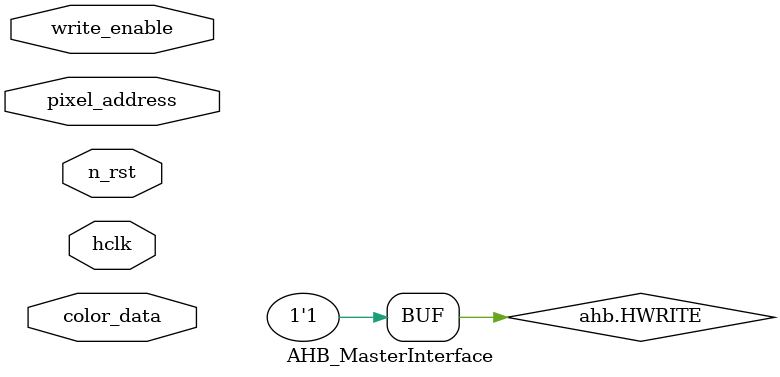
<source format=sv>

`include "ahb_if.vh"

module AHB_MasterInterface(
	ahb_if.ahb_m ahb,
	input logic hclk,
	input logic n_rst,
	input logic [31:0] pixel_address,
	input logic [31:0] color_data,
	input logic write_enable
);

//check syntax
typedef enum bit [1:0]{
	IDLE,ADDR,DATA
}stateType;

stateType state, next_state;

//next state logic 
always_comb
begin
	// Set the default value(s)
	next_state = state;

	// Define the state transitions
	case(state)
		IDLE:
		begin
			if(1'b1 == write_enable)
			begin
				next_state = ADDR;
			end
		end
		
		ADDR:
		begin
			next_state = DATA;
		end

		DATA:
		begin
			if(1'b1 == ahb.HREADY)
			begin
				next_state = IDLE;
			end
		end
	endcase
end

//state reg 
always@(negedge n_rst, posedge hclk)
begin
	if(n_rst == 1'b0)
	begin
		state <= IDLE;
	end
	else
	begin
			state <= next_state;
	end
end

//output logic
always_comb
begin
	//default
	ahb.HWDATA = '0;
	ahb.HADDR = '0;	
	ahb.HWRITE = 1'b1;

	case(state)
		ADDR:
		begin
			ahb.HADDR = pixel_address;
			ahb.HWRITE = 1'b1;
		end
		
		DATA:
		begin
			ahb.HWDATA = color_data;
		end
	endcase

end
endmodule

</source>
